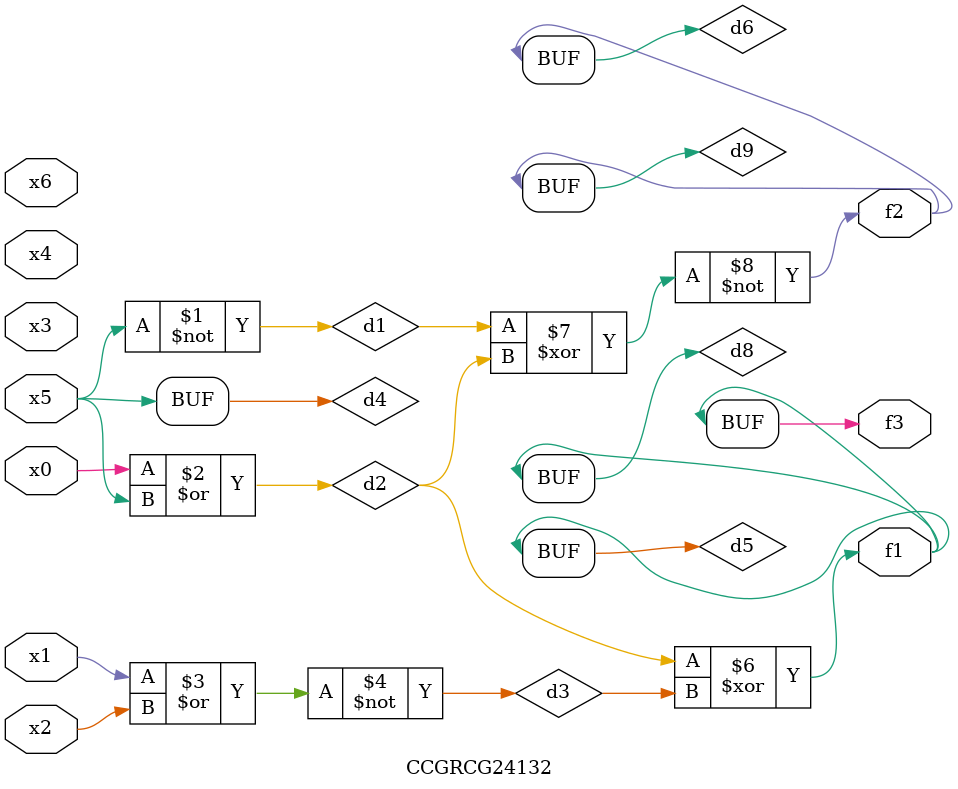
<source format=v>
module CCGRCG24132(
	input x0, x1, x2, x3, x4, x5, x6,
	output f1, f2, f3
);

	wire d1, d2, d3, d4, d5, d6, d7, d8, d9;

	nand (d1, x5);
	or (d2, x0, x5);
	nor (d3, x1, x2);
	xnor (d4, d1);
	xor (d5, d2, d3);
	xnor (d6, d1, d2);
	not (d7, x4);
	buf (d8, d5);
	xor (d9, d6);
	assign f1 = d8;
	assign f2 = d9;
	assign f3 = d8;
endmodule

</source>
